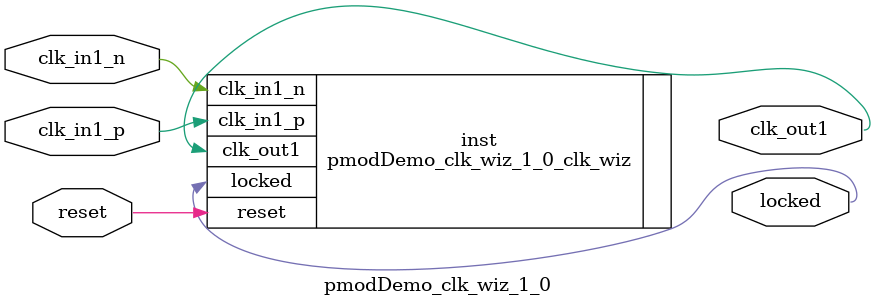
<source format=v>


`timescale 1ps/1ps

(* CORE_GENERATION_INFO = "pmodDemo_clk_wiz_1_0,clk_wiz_v6_0_6_0_0,{component_name=pmodDemo_clk_wiz_1_0,use_phase_alignment=true,use_min_o_jitter=false,use_max_i_jitter=false,use_dyn_phase_shift=false,use_inclk_switchover=false,use_dyn_reconfig=false,enable_axi=0,feedback_source=FDBK_AUTO,PRIMITIVE=MMCM,num_out_clk=1,clkin1_period=10.000,clkin2_period=10.000,use_power_down=false,use_reset=true,use_locked=true,use_inclk_stopped=false,feedback_type=SINGLE,CLOCK_MGR_TYPE=NA,manual_override=false}" *)

module pmodDemo_clk_wiz_1_0 
 (
  // Clock out ports
  output        clk_out1,
  // Status and control signals
  input         reset,
  output        locked,
 // Clock in ports
  input         clk_in1_p,
  input         clk_in1_n
 );

  pmodDemo_clk_wiz_1_0_clk_wiz inst
  (
  // Clock out ports  
  .clk_out1(clk_out1),
  // Status and control signals               
  .reset(reset), 
  .locked(locked),
 // Clock in ports
  .clk_in1_p(clk_in1_p),
  .clk_in1_n(clk_in1_n)
  );

endmodule

</source>
